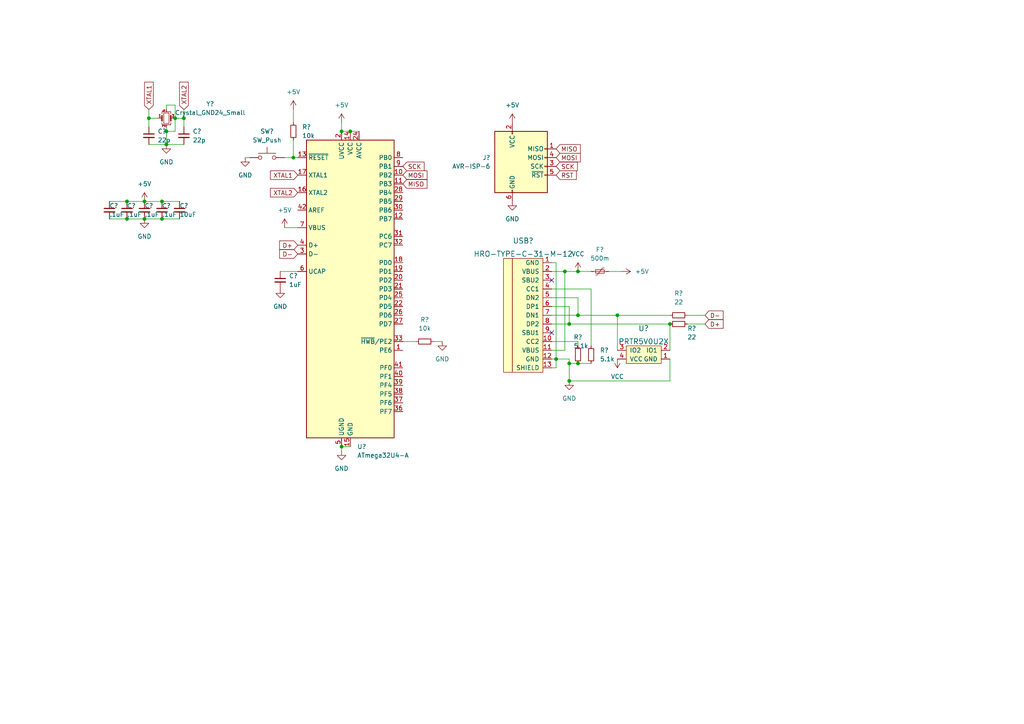
<source format=kicad_sch>
(kicad_sch (version 20211123) (generator eeschema)
  (paper "A4")
  (lib_symbols
    (symbol "Connector:AVR-ISP-6" (pin_names (offset 1.016))
      (property "Reference" "J" (at -6.35 11.43 0))
      (property "Value" "AVR-ISP-6" (at 0 11.43 0))
      (symbol "AVR-ISP-6_0_1"
        (rectangle (start -2.667 -6.858) (end -2.413 -7.62))
        (rectangle (start -2.667 10.16) (end -2.413 9.398))
        (rectangle (start 7.62 -2.413) (end 6.858 -2.667))
        (rectangle (start 7.62 0.127) (end 6.858 -0.127))
        (rectangle (start 7.62 2.667) (end 6.858 2.413))
        (rectangle (start 7.62 5.207) (end 6.858 4.953))
        (rectangle (start 7.62 10.16) (end -7.62 -7.62) (stroke (width 0.254)) (fill (type background)))
      )
      (symbol "AVR-ISP-6_1_1"
        (pin passive line (at 10.16 5.08 180) (length 2.54) (name "MISO") (number "1"))
        (pin passive line (at -2.54 12.7 270) (length 2.54) (name "VCC") (number "2"))
        (pin passive line (at 10.16 0 180) (length 2.54) (name "SCK") (number "3"))
        (pin passive line (at 10.16 2.54 180) (length 2.54) (name "MOSI") (number "4"))
        (pin passive line (at 10.16 -2.54 180) (length 2.54) (name "~{RST}") (number "5"))
        (pin passive line (at -2.54 -10.16 90) (length 2.54) (name "GND") (number "6"))
      )
    )
    (symbol "Device:C_Small" (pin_numbers hide) (pin_names (offset 0.254) hide)
      (property "Reference" "C" (at 0.254 1.778 0))
      (property "Value" "C_Small" (at 0.254 -2.032 0))
      (symbol "C_Small_0_1"
        (polyline (pts (xy -1.524 -0.508) (xy 1.524 -0.508)) (stroke (width 0.3302)))
        (polyline (pts (xy -1.524 0.508) (xy 1.524 0.508)) (stroke (width 0.3048)))
      )
      (symbol "C_Small_1_1"
        (pin passive line (at 0 2.54 270) (length 2.032) (name "~") (number "1"))
        (pin passive line (at 0 -2.54 90) (length 2.032) (name "~") (number "2"))
      )
    )
    (symbol "Device:Crystal_GND24_Small" (pin_names (offset 1.016) hide)
      (property "Reference" "Y" (at 1.27 4.445 0))
      (property "Value" "Crystal_GND24_Small" (at 1.27 2.54 0))
      (symbol "Crystal_GND24_Small_0_1"
        (rectangle (start -0.762 -1.524) (end 0.762 1.524))
        (polyline (pts (xy -1.27 -0.762) (xy -1.27 0.762)) (stroke (width 0.381)))
        (polyline (pts (xy 1.27 -0.762) (xy 1.27 0.762)) (stroke (width 0.381)))
        (polyline (pts (xy -1.27 -1.27) (xy -1.27 -1.905) (xy 1.27 -1.905) (xy 1.27 -1.27)))
        (polyline (pts (xy -1.27 1.27) (xy -1.27 1.905) (xy 1.27 1.905) (xy 1.27 1.27)))
      )
      (symbol "Crystal_GND24_Small_1_1"
        (pin passive line (at -2.54 0 0) (length 1.27) (name "1") (number "1"))
        (pin passive line (at 0 -2.54 90) (length 0.635) (name "2") (number "2"))
        (pin passive line (at 2.54 0 180) (length 1.27) (name "3") (number "3"))
        (pin passive line (at 0 2.54 270) (length 0.635) (name "4") (number "4"))
      )
    )
    (symbol "Device:Polyfuse_Small" (pin_numbers hide) (pin_names (offset 0))
      (property "Reference" "F" (at -1.905 0 90))
      (property "Value" "Polyfuse_Small" (at 1.905 0 90))
      (symbol "Polyfuse_Small_0_1"
        (rectangle (start -0.508 1.27) (end 0.508 -1.27))
        (polyline (pts (xy 0 2.54) (xy 0 -2.54)))
        (polyline (pts (xy -1.016 1.27) (xy -1.016 0.762) (xy 1.016 -0.762) (xy 1.016 -1.27)))
      )
      (symbol "Polyfuse_Small_1_1"
        (pin passive line (at 0 2.54 270) (length 0.635) (name "~") (number "1"))
        (pin passive line (at 0 -2.54 90) (length 0.635) (name "~") (number "2"))
      )
    )
    (symbol "Device:R_Small" (pin_numbers hide) (pin_names (offset 0.254) hide)
      (property "Reference" "R" (at 0.762 0.508 0))
      (property "Value" "R_Small" (at 0.762 -1.016 0))
      (symbol "R_Small_0_1"
        (rectangle (start -0.762 1.778) (end 0.762 -1.778) (stroke (width 0.2032)))
      )
      (symbol "R_Small_1_1"
        (pin passive line (at 0 2.54 270) (length 0.762) (name "~") (number "1"))
        (pin passive line (at 0 -2.54 90) (length 0.762) (name "~") (number "2"))
      )
    )
    (symbol "MCU_Microchip_ATmega:ATmega32U4-A"
      (property "Reference" "U" (at -12.7 44.45 0))
      (property "Value" "ATmega32U4-A" (at 2.54 -44.45 0))
      (symbol "ATmega32U4-A_0_1"
        (rectangle (start -12.7 -43.18) (end 12.7 43.18) (stroke (width 0.254)) (fill (type background)))
      )
      (symbol "ATmega32U4-A_1_1"
        (pin bidirectional line (at 15.24 -17.78 180) (length 2.54) (name "PE6") (number "1"))
        (pin bidirectional line (at 15.24 33.02 180) (length 2.54) (name "PB2") (number "10"))
        (pin bidirectional line (at 15.24 30.48 180) (length 2.54) (name "PB3") (number "11"))
        (pin bidirectional line (at 15.24 20.32 180) (length 2.54) (name "PB7") (number "12"))
        (pin input line (at -15.24 38.1 0) (length 2.54) (name "~{RESET}") (number "13"))
        (pin power_in line (at 0 45.72 270) (length 2.54) (name "VCC") (number "14"))
        (pin power_in line (at 0 -45.72 90) (length 2.54) (name "GND") (number "15"))
        (pin output line (at -15.24 27.94 0) (length 2.54) (name "XTAL2") (number "16"))
        (pin input line (at -15.24 33.02 0) (length 2.54) (name "XTAL1") (number "17"))
        (pin bidirectional line (at 15.24 7.62 180) (length 2.54) (name "PD0") (number "18"))
        (pin bidirectional line (at 15.24 5.08 180) (length 2.54) (name "PD1") (number "19"))
        (pin power_in line (at -2.54 45.72 270) (length 2.54) (name "UVCC") (number "2"))
        (pin bidirectional line (at 15.24 2.54 180) (length 2.54) (name "PD2") (number "20"))
        (pin bidirectional line (at 15.24 0 180) (length 2.54) (name "PD3") (number "21"))
        (pin bidirectional line (at 15.24 -5.08 180) (length 2.54) (name "PD5") (number "22"))
        (pin passive line (at 0 -45.72 90) (length 2.54) hide (name "GND") (number "23"))
        (pin power_in line (at 2.54 45.72 270) (length 2.54) (name "AVCC") (number "24"))
        (pin bidirectional line (at 15.24 -2.54 180) (length 2.54) (name "PD4") (number "25"))
        (pin bidirectional line (at 15.24 -7.62 180) (length 2.54) (name "PD6") (number "26"))
        (pin bidirectional line (at 15.24 -10.16 180) (length 2.54) (name "PD7") (number "27"))
        (pin bidirectional line (at 15.24 27.94 180) (length 2.54) (name "PB4") (number "28"))
        (pin bidirectional line (at 15.24 25.4 180) (length 2.54) (name "PB5") (number "29"))
        (pin bidirectional line (at -15.24 10.16 0) (length 2.54) (name "D-") (number "3"))
        (pin bidirectional line (at 15.24 22.86 180) (length 2.54) (name "PB6") (number "30"))
        (pin bidirectional line (at 15.24 15.24 180) (length 2.54) (name "PC6") (number "31"))
        (pin bidirectional line (at 15.24 12.7 180) (length 2.54) (name "PC7") (number "32"))
        (pin bidirectional line (at 15.24 -15.24 180) (length 2.54) (name "~{HWB}/PE2") (number "33"))
        (pin passive line (at 0 45.72 270) (length 2.54) hide (name "VCC") (number "34"))
        (pin passive line (at 0 -45.72 90) (length 2.54) hide (name "GND") (number "35"))
        (pin bidirectional line (at 15.24 -35.56 180) (length 2.54) (name "PF7") (number "36"))
        (pin bidirectional line (at 15.24 -33.02 180) (length 2.54) (name "PF6") (number "37"))
        (pin bidirectional line (at 15.24 -30.48 180) (length 2.54) (name "PF5") (number "38"))
        (pin bidirectional line (at 15.24 -27.94 180) (length 2.54) (name "PF4") (number "39"))
        (pin bidirectional line (at -15.24 12.7 0) (length 2.54) (name "D+") (number "4"))
        (pin bidirectional line (at 15.24 -25.4 180) (length 2.54) (name "PF1") (number "40"))
        (pin bidirectional line (at 15.24 -22.86 180) (length 2.54) (name "PF0") (number "41"))
        (pin passive line (at -15.24 22.86 0) (length 2.54) (name "AREF") (number "42"))
        (pin passive line (at 0 -45.72 90) (length 2.54) hide (name "GND") (number "43"))
        (pin passive line (at 2.54 45.72 270) (length 2.54) hide (name "AVCC") (number "44"))
        (pin passive line (at -2.54 -45.72 90) (length 2.54) (name "UGND") (number "5"))
        (pin passive line (at -15.24 5.08 0) (length 2.54) (name "UCAP") (number "6"))
        (pin input line (at -15.24 17.78 0) (length 2.54) (name "VBUS") (number "7"))
        (pin bidirectional line (at 15.24 38.1 180) (length 2.54) (name "PB0") (number "8"))
        (pin bidirectional line (at 15.24 35.56 180) (length 2.54) (name "PB1") (number "9"))
      )
    )
    (symbol "Switch:SW_Push" (pin_numbers hide) (pin_names (offset 1.016) hide)
      (property "Reference" "SW" (at 1.27 2.54 0))
      (property "Value" "SW_Push" (at 0 -1.524 0))
      (symbol "SW_Push_0_1"
        (circle (center -2.032 0) (radius 0.508))
        (polyline (pts (xy 0 1.27) (xy 0 3.048)))
        (polyline (pts (xy 2.54 1.27) (xy -2.54 1.27)))
        (circle (center 2.032 0) (radius 0.508))
        (pin passive line (at -5.08 0 0) (length 2.54) (name "1") (number "1"))
        (pin passive line (at 5.08 0 180) (length 2.54) (name "2") (number "2"))
      )
    )
    (symbol "Type-C:HRO-TYPE-C-31-M-12" (pin_names (offset 1.016))
      (property "Reference" "USB" (at -5.08 16.51 0))
      (property "Value" "HRO-TYPE-C-31-M-12" (at -10.16 -1.27 90))
      (symbol "HRO-TYPE-C-31-M-12_0_1"
        (rectangle (start -11.43 15.24) (end -8.89 -17.78) (fill (type background)))
        (rectangle (start 0 -17.78) (end -8.89 15.24) (fill (type background)))
      )
      (symbol "HRO-TYPE-C-31-M-12_1_1"
        (pin input line (at 2.54 13.97 180) (length 2.54) (name "GND") (number "1"))
        (pin input line (at 2.54 -8.89 180) (length 2.54) (name "CC2") (number "10"))
        (pin input line (at 2.54 -11.43 180) (length 2.54) (name "VBUS") (number "11"))
        (pin input line (at 2.54 -13.97 180) (length 2.54) (name "GND") (number "12"))
        (pin input line (at 2.54 -16.51 180) (length 2.54) (name "SHIELD") (number "13"))
        (pin input line (at 2.54 11.43 180) (length 2.54) (name "VBUS") (number "2"))
        (pin input line (at 2.54 8.89 180) (length 2.54) (name "SBU2") (number "3"))
        (pin input line (at 2.54 6.35 180) (length 2.54) (name "CC1") (number "4"))
        (pin input line (at 2.54 3.81 180) (length 2.54) (name "DN2") (number "5"))
        (pin input line (at 2.54 1.27 180) (length 2.54) (name "DP1") (number "6"))
        (pin input line (at 2.54 -1.27 180) (length 2.54) (name "DN1") (number "7"))
        (pin input line (at 2.54 -3.81 180) (length 2.54) (name "DP2") (number "8"))
        (pin input line (at 2.54 -6.35 180) (length 2.54) (name "SBU1") (number "9"))
      )
    )
    (symbol "power:+5V" (power) (pin_names (offset 0))
      (property "Value" "+5V" (at 0 3.556 0))
      (symbol "+5V_0_1"
        (polyline (pts (xy -0.762 1.27) (xy 0 2.54)))
        (polyline (pts (xy 0 0) (xy 0 2.54)))
        (polyline (pts (xy 0 2.54) (xy 0.762 1.27)))
      )
      (symbol "+5V_1_1"
        (pin power_in line (at 0 0 90) (length 0) hide (name "+5V") (number "1"))
      )
    )
    (symbol "power:GND" (power) (pin_names (offset 0))
      (property "Value" "GND" (at 0 -3.81 0))
      (symbol "GND_0_1"
        (polyline (pts (xy 0 0) (xy 0 -1.27) (xy 1.27 -1.27) (xy 0 -2.54) (xy -1.27 -1.27) (xy 0 -1.27)))
      )
      (symbol "GND_1_1"
        (pin power_in line (at 0 0 270) (length 0) hide (name "GND") (number "1"))
      )
    )
    (symbol "power:VCC" (power) (pin_names (offset 0))
      (property "Value" "VCC" (at 0 3.81 0))
      (symbol "VCC_0_1"
        (polyline (pts (xy -0.762 1.27) (xy 0 2.54)))
        (polyline (pts (xy 0 0) (xy 0 2.54)))
        (polyline (pts (xy 0 2.54) (xy 0.762 1.27)))
      )
      (symbol "VCC_1_1"
        (pin power_in line (at 0 0 90) (length 0) hide (name "VCC") (number "1"))
      )
    )
    (symbol "random-keyboard-parts:PRTR5V0U2X" (pin_names (offset 1.016))
      (property "Reference" "U" (at 0 3.81 0))
      (property "Value" "PRTR5V0U2X" (at 0 -3.81 0))
      (symbol "PRTR5V0U2X_0_1"
        (rectangle (start -5.08 2.54) (end 5.08 -2.54) (fill (type background)))
      )
      (symbol "PRTR5V0U2X_1_1"
        (pin input line (at -7.62 1.27 0) (length 2.54) (name "GND") (number "1"))
        (pin input line (at -7.62 -1.27 0) (length 2.54) (name "IO1") (number "2"))
        (pin input line (at 7.62 -1.27 180) (length 2.54) (name "IO2") (number "3"))
        (pin input line (at 7.62 1.27 180) (length 2.54) (name "VCC") (number "4"))
      )
    )
  )
  (junction (at 179.07 91.44))
  (junction (at 167.64 105.41))
  (junction (at 48.26 38.1))
  (junction (at 99.06 129.54))
  (junction (at 46.99 63.5))
  (junction (at 194.31 93.98))
  (junction (at 167.64 91.44))
  (junction (at 48.26 41.91))
  (junction (at 43.18 34.29))
  (junction (at 99.06 38.1))
  (junction (at 165.1 110.49))
  (junction (at 53.34 34.29))
  (junction (at 161.29 104.14))
  (junction (at 165.1 93.98))
  (junction (at 36.83 63.5))
  (junction (at 50.8 34.29))
  (junction (at 46.99 58.42))
  (junction (at 41.91 63.5))
  (junction (at 167.64 78.74))
  (junction (at 165.1 105.41))
  (junction (at 163.83 78.74))
  (junction (at 36.83 58.42))
  (junction (at 41.91 58.42))
  (junction (at 85.09 45.72))
  (junction (at 101.6 38.1))
  (no_connect (at 160.02 81.28))
  (no_connect (at 160.02 96.52))
  (wire (pts (xy 43.18 34.29) (xy 45.72 34.29)))
  (wire (pts (xy 204.47 93.98) (xy 199.39 93.98)))
  (wire (pts (xy 160.02 86.36) (xy 167.64 86.36)))
  (wire (pts (xy 167.64 86.36) (xy 167.64 91.44)))
  (wire (pts (xy 85.09 31.75) (xy 85.09 35.56)))
  (wire (pts (xy 161.29 104.14) (xy 165.1 104.14)))
  (wire (pts (xy 50.8 30.48) (xy 50.8 34.29)))
  (wire (pts (xy 82.55 45.72) (xy 85.09 45.72)))
  (wire (pts (xy 176.53 78.74) (xy 180.34 78.74)))
  (wire (pts (xy 165.1 93.98) (xy 194.31 93.98)))
  (wire (pts (xy 160.02 83.82) (xy 171.45 83.82)))
  (wire (pts (xy 204.47 91.44) (xy 199.39 91.44)))
  (wire (pts (xy 160.02 78.74) (xy 163.83 78.74)))
  (wire (pts (xy 99.06 38.1) (xy 99.06 35.56)))
  (wire (pts (xy 71.12 45.72) (xy 72.39 45.72)))
  (wire (pts (xy 50.8 38.1) (xy 48.26 38.1)))
  (wire (pts (xy 48.26 38.1) (xy 48.26 41.91)))
  (wire (pts (xy 161.29 104.14) (xy 161.29 106.68)))
  (wire (pts (xy 101.6 38.1) (xy 99.06 38.1)))
  (wire (pts (xy 82.55 66.04) (xy 86.36 66.04)))
  (wire (pts (xy 43.18 31.75) (xy 43.18 34.29)))
  (wire (pts (xy 53.34 34.29) (xy 53.34 36.83)))
  (wire (pts (xy 160.02 91.44) (xy 167.64 91.44)))
  (wire (pts (xy 48.26 30.48) (xy 50.8 30.48)))
  (wire (pts (xy 179.07 91.44) (xy 194.31 91.44)))
  (wire (pts (xy 165.1 110.49) (xy 165.1 105.41)))
  (wire (pts (xy 125.73 99.06) (xy 128.27 99.06)))
  (wire (pts (xy 99.06 130.81) (xy 99.06 129.54)))
  (wire (pts (xy 41.91 58.42) (xy 46.99 58.42)))
  (wire (pts (xy 43.18 41.91) (xy 48.26 41.91)))
  (wire (pts (xy 36.83 58.42) (xy 41.91 58.42)))
  (wire (pts (xy 85.09 40.64) (xy 85.09 45.72)))
  (wire (pts (xy 41.91 63.5) (xy 46.99 63.5)))
  (wire (pts (xy 50.8 34.29) (xy 50.8 38.1)))
  (wire (pts (xy 53.34 31.75) (xy 53.34 34.29)))
  (wire (pts (xy 160.02 106.68) (xy 161.29 106.68)))
  (wire (pts (xy 116.84 99.06) (xy 120.65 99.06)))
  (wire (pts (xy 160.02 88.9) (xy 165.1 88.9)))
  (wire (pts (xy 194.31 93.98) (xy 194.31 101.6)))
  (wire (pts (xy 48.26 31.75) (xy 48.26 30.48)))
  (wire (pts (xy 160.02 99.06) (xy 167.64 99.06)))
  (wire (pts (xy 160.02 101.6) (xy 163.83 101.6)))
  (wire (pts (xy 160.02 76.2) (xy 161.29 76.2)))
  (wire (pts (xy 43.18 34.29) (xy 43.18 36.83)))
  (wire (pts (xy 46.99 63.5) (xy 52.07 63.5)))
  (wire (pts (xy 160.02 93.98) (xy 165.1 93.98)))
  (wire (pts (xy 48.26 36.83) (xy 48.26 38.1)))
  (wire (pts (xy 48.26 41.91) (xy 53.34 41.91)))
  (wire (pts (xy 163.83 78.74) (xy 163.83 101.6)))
  (wire (pts (xy 31.75 58.42) (xy 36.83 58.42)))
  (wire (pts (xy 163.83 78.74) (xy 167.64 78.74)))
  (wire (pts (xy 167.64 99.06) (xy 167.64 100.33)))
  (wire (pts (xy 160.02 104.14) (xy 161.29 104.14)))
  (wire (pts (xy 194.31 110.49) (xy 194.31 104.14)))
  (wire (pts (xy 167.64 105.41) (xy 171.45 105.41)))
  (wire (pts (xy 85.09 45.72) (xy 86.36 45.72)))
  (wire (pts (xy 171.45 83.82) (xy 171.45 100.33)))
  (wire (pts (xy 167.64 91.44) (xy 179.07 91.44)))
  (wire (pts (xy 161.29 76.2) (xy 161.29 104.14)))
  (wire (pts (xy 179.07 101.6) (xy 179.07 91.44)))
  (wire (pts (xy 36.83 63.5) (xy 41.91 63.5)))
  (wire (pts (xy 165.1 104.14) (xy 165.1 105.41)))
  (wire (pts (xy 81.28 78.74) (xy 86.36 78.74)))
  (wire (pts (xy 165.1 105.41) (xy 167.64 105.41)))
  (wire (pts (xy 167.64 78.74) (xy 171.45 78.74)))
  (wire (pts (xy 46.99 58.42) (xy 52.07 58.42)))
  (wire (pts (xy 50.8 34.29) (xy 53.34 34.29)))
  (wire (pts (xy 99.06 129.54) (xy 101.6 129.54)))
  (wire (pts (xy 165.1 110.49) (xy 194.31 110.49)))
  (wire (pts (xy 31.75 63.5) (xy 36.83 63.5)))
  (wire (pts (xy 165.1 88.9) (xy 165.1 93.98)))
  (wire (pts (xy 104.14 38.1) (xy 101.6 38.1)))
  (global_label "MOSI" (shape input) (at 161.29 45.72 0) (property "Intersheet References" "${INTERSHEET_REFS}" (effects hide)))
  (global_label "RST" (shape input) (at 161.29 50.8 0) (property "Intersheet References" "${INTERSHEET_REFS}" (effects hide)))
  (global_label "XTAL2" (shape input) (at 86.36 55.88 180) (property "Intersheet References" "${INTERSHEET_REFS}" (effects hide)))
  (global_label "XTAL2" (shape input) (at 53.34 31.75 90) (property "Intersheet References" "${INTERSHEET_REFS}" (effects hide)))
  (global_label "D-" (shape input) (at 204.47 91.44 0) (property "Intersheet References" "${INTERSHEET_REFS}" (effects hide)))
  (global_label "MISO" (shape input) (at 116.84 53.34 0) (property "Intersheet References" "${INTERSHEET_REFS}" (effects hide)))
  (global_label "D+" (shape input) (at 204.47 93.98 0) (property "Intersheet References" "${INTERSHEET_REFS}" (effects hide)))
  (global_label "XTAL1" (shape input) (at 86.36 50.8 180) (property "Intersheet References" "${INTERSHEET_REFS}" (effects hide)))
  (global_label "D+" (shape input) (at 86.36 71.12 180) (property "Intersheet References" "${INTERSHEET_REFS}" (effects hide)))
  (global_label "XTAL1" (shape input) (at 43.18 31.75 90) (property "Intersheet References" "${INTERSHEET_REFS}" (effects hide)))
  (global_label "SCK" (shape input) (at 116.84 48.26 0) (property "Intersheet References" "${INTERSHEET_REFS}" (effects hide)))
  (global_label "D-" (shape input) (at 86.36 73.66 180) (property "Intersheet References" "${INTERSHEET_REFS}" (effects hide)))
  (global_label "SCK" (shape input) (at 161.29 48.26 0) (property "Intersheet References" "${INTERSHEET_REFS}" (effects hide)))
  (global_label "MOSI" (shape input) (at 116.84 50.8 0) (property "Intersheet References" "${INTERSHEET_REFS}" (effects hide)))
  (global_label "MISO" (shape input) (at 161.29 43.18 0) (property "Intersheet References" "${INTERSHEET_REFS}" (effects hide)))
  (symbol (lib_id "power:GND") (at 48.26 41.91 0) (unit 1)
    (property "Reference" "#PWR?" (effects hide))
    (property "Value" "GND" (at 48.26 46.99 0))
  )
  (symbol (lib_id "Device:Crystal_GND24_Small") (at 48.26 34.29 0) (unit 1)
    (property "Reference" "Y?" (at 60.96 30.1498 0))
    (property "Value" "Crystal_GND24_Small" (at 60.96 32.6898 0))
  )
  (symbol (lib_id "power:+5V") (at 180.34 78.74 270) (unit 1)
    (property "Reference" "#PWR?" (effects hide))
    (property "Value" "+5V" (at 184.15 78.7399 90) (effects (justify left)))
  )
  (symbol (lib_id "Device:C_Small") (at 41.91 60.96 0) (unit 1)
    (property "Reference" "C?" (at 41.91 59.69 0) (effects (justify left)))
    (property "Value" ".1uF" (at 41.91 62.23 0) (effects (justify left)))
  )
  (symbol (lib_id "Device:R_Small") (at 171.45 102.87 0) (unit 1)
    (property "Reference" "R?" (at 173.99 101.5999 0) (effects (justify left)))
    (property "Value" "5.1k" (at 173.99 104.1399 0) (effects (justify left)))
  )
  (symbol (lib_id "Device:R_Small") (at 196.85 91.44 90) (unit 1)
    (property "Reference" "R?" (at 196.85 85.09 90))
    (property "Value" "22" (at 196.85 87.63 90))
  )
  (symbol (lib_id "power:GND") (at 71.12 45.72 0) (unit 1)
    (property "Reference" "#PWR?" (effects hide))
    (property "Value" "GND" (at 71.12 50.8 0))
  )
  (symbol (lib_id "Device:R_Small") (at 196.85 93.98 90) (unit 1)
    (property "Reference" "R?" (at 200.66 95.25 90))
    (property "Value" "22" (at 200.66 97.79 90))
  )
  (symbol (lib_id "Device:C_Small") (at 43.18 39.37 0) (unit 1)
    (property "Reference" "C?" (at 45.72 38.1062 0) (effects (justify left)))
    (property "Value" "22p" (at 45.72 40.6462 0) (effects (justify left)))
  )
  (symbol (lib_id "Device:C_Small") (at 52.07 60.96 0) (unit 1)
    (property "Reference" "C?" (at 52.07 59.69 0) (effects (justify left)))
    (property "Value" "10uF" (at 52.07 62.23 0) (effects (justify left)))
  )
  (symbol (lib_id "power:+5V") (at 85.09 31.75 0) (unit 1)
    (property "Reference" "#PWR?" (effects hide))
    (property "Value" "+5V" (at 85.09 26.67 0))
  )
  (symbol (lib_id "power:VCC") (at 167.64 78.74 0) (unit 1)
    (property "Reference" "#PWR?" (effects hide))
    (property "Value" "VCC" (at 167.64 73.66 0))
  )
  (symbol (lib_id "Device:C_Small") (at 31.75 60.96 0) (unit 1)
    (property "Reference" "C?" (at 31.75 59.69 0) (effects (justify left)))
    (property "Value" ".1uF" (at 31.75 62.23 0) (effects (justify left)))
  )
  (symbol (lib_id "power:GND") (at 165.1 110.49 0) (unit 1)
    (property "Reference" "#PWR?" (effects hide))
    (property "Value" "GND" (at 165.1 115.57 0))
  )
  (symbol (lib_id "Device:R_Small") (at 167.64 102.87 0) (unit 1)
    (property "Reference" "R?" (at 166.37 97.79 0) (effects (justify left)))
    (property "Value" "5.1k" (at 166.37 100.33 0) (effects (justify left)))
  )
  (symbol (lib_id "power:+5V") (at 41.91 58.42 0) (unit 1)
    (property "Reference" "#PWR?" (effects hide))
    (property "Value" "+5V" (at 41.91 53.34 0))
  )
  (symbol (lib_id "Device:R_Small") (at 85.09 38.1 0) (unit 1)
    (property "Reference" "R?" (at 87.63 36.8299 0) (effects (justify left)))
    (property "Value" "10k" (at 87.63 39.3699 0) (effects (justify left)))
  )
  (symbol (lib_id "power:+5V") (at 99.06 35.56 0) (unit 1)
    (property "Reference" "#PWR?" (effects hide))
    (property "Value" "+5V" (at 99.06 30.48 0))
  )
  (symbol (lib_id "power:+5V") (at 148.59 35.56 0) (unit 1)
    (property "Reference" "#PWR?" (effects hide))
    (property "Value" "+5V" (at 148.59 30.48 0))
  )
  (symbol (lib_id "power:GND") (at 99.06 130.81 0) (unit 1)
    (property "Reference" "#PWR?" (effects hide))
    (property "Value" "GND" (at 99.06 135.89 0))
  )
  (symbol (lib_id "Device:C_Small") (at 53.34 39.37 0) (unit 1)
    (property "Reference" "C?" (at 55.88 38.1062 0) (effects (justify left)))
    (property "Value" "22p" (at 55.88 40.6462 0) (effects (justify left)))
  )
  (symbol (lib_id "power:VCC") (at 179.07 104.14 180) (unit 1)
    (property "Reference" "#PWR?" (effects hide))
    (property "Value" "VCC" (at 179.07 109.22 0))
  )
  (symbol (lib_id "random-keyboard-parts:PRTR5V0U2X") (at 186.69 102.87 180) (unit 1)
    (property "Reference" "U?" (at 186.69 95.25 0) (effects (font (size 1.524 1.524))))
    (property "Value" "PRTR5V0U2X" (at 186.69 99.06 0) (effects (font (size 1.524 1.524))))
  )
  (symbol (lib_id "Device:C_Small") (at 36.83 60.96 0) (unit 1)
    (property "Reference" "C?" (at 36.83 59.69 0) (effects (justify left)))
    (property "Value" ".1uF" (at 36.83 62.23 0) (effects (justify left)))
  )
  (symbol (lib_id "power:GND") (at 41.91 63.5 0) (unit 1)
    (property "Reference" "#PWR?" (effects hide))
    (property "Value" "GND" (at 41.91 68.58 0))
  )
  (symbol (lib_id "power:GND") (at 81.28 83.82 0) (unit 1)
    (property "Reference" "#PWR?" (effects hide))
    (property "Value" "GND" (at 81.28 88.9 0))
  )
  (symbol (lib_id "MCU_Microchip_ATmega:ATmega32U4-A") (at 101.6 83.82 0) (unit 1)
    (property "Reference" "U?" (at 103.6194 129.54 0) (effects (justify left)))
    (property "Value" "ATmega32U4-A" (at 103.6194 132.08 0) (effects (justify left)))
    (property "Footprint" "Package_QFP:TQFP-44_10x10mm_P0.8mm" (effects hide))
    (property "Datasheet" "http://ww1.microchip.com/downloads/en/DeviceDoc/Atmel-7766-8-bit-AVR-ATmega16U4-32U4_Datasheet.pdf" (effects hide))
  )
  (symbol (lib_id "Connector:AVR-ISP-6") (at 151.13 48.26 0) (unit 1)
    (property "Reference" "J?" (at 142.24 45.7199 0) (effects (justify right)))
    (property "Value" "AVR-ISP-6" (at 142.24 48.2599 0) (effects (justify right)))
    (property "Datasheet" " ~" (effects hide))
  )
  (symbol (lib_id "Switch:SW_Push") (at 77.47 45.72 0) (unit 1)
    (property "Reference" "SW?" (at 77.47 38.1 0))
    (property "Value" "SW_Push" (at 77.47 40.64 0))
  )
  (symbol (lib_id "power:GND") (at 148.59 58.42 0) (unit 1)
    (property "Reference" "#PWR?" (effects hide))
    (property "Value" "GND" (at 148.59 63.5 0))
  )
  (symbol (lib_id "Device:C_Small") (at 81.28 81.28 0) (unit 1)
    (property "Reference" "C?" (at 83.82 80.0162 0) (effects (justify left)))
    (property "Value" "1uF" (at 83.82 82.5562 0) (effects (justify left)))
  )
  (symbol (lib_id "power:+5V") (at 82.55 66.04 0) (unit 1)
    (property "Reference" "#PWR?" (effects hide))
    (property "Value" "+5V" (at 82.55 60.96 0))
  )
  (symbol (lib_id "Type-C:HRO-TYPE-C-31-M-12") (at 157.48 90.17 0) (unit 1)
    (property "Reference" "USB?" (at 151.765 69.85 0) (effects (font (size 1.524 1.524))))
    (property "Value" "HRO-TYPE-C-31-M-12" (at 151.765 73.66 0) (effects (font (size 1.524 1.524))))
  )
  (symbol (lib_id "Device:R_Small") (at 123.19 99.06 90) (unit 1)
    (property "Reference" "R?" (at 123.19 92.71 90))
    (property "Value" "10k" (at 123.19 95.25 90))
  )
  (symbol (lib_id "power:GND") (at 128.27 99.06 0) (unit 1)
    (property "Reference" "#PWR?" (effects hide))
    (property "Value" "GND" (at 128.27 104.14 0))
  )
  (symbol (lib_id "Device:C_Small") (at 46.99 60.96 0) (unit 1)
    (property "Reference" "C?" (at 46.99 59.69 0) (effects (justify left)))
    (property "Value" ".1uF" (at 46.99 62.23 0) (effects (justify left)))
  )
  (symbol (lib_id "Device:Polyfuse_Small") (at 173.99 78.74 90) (unit 1)
    (property "Reference" "F?" (at 173.99 72.39 90))
    (property "Value" "500m" (at 173.99 74.93 90))
  )
)
</source>
